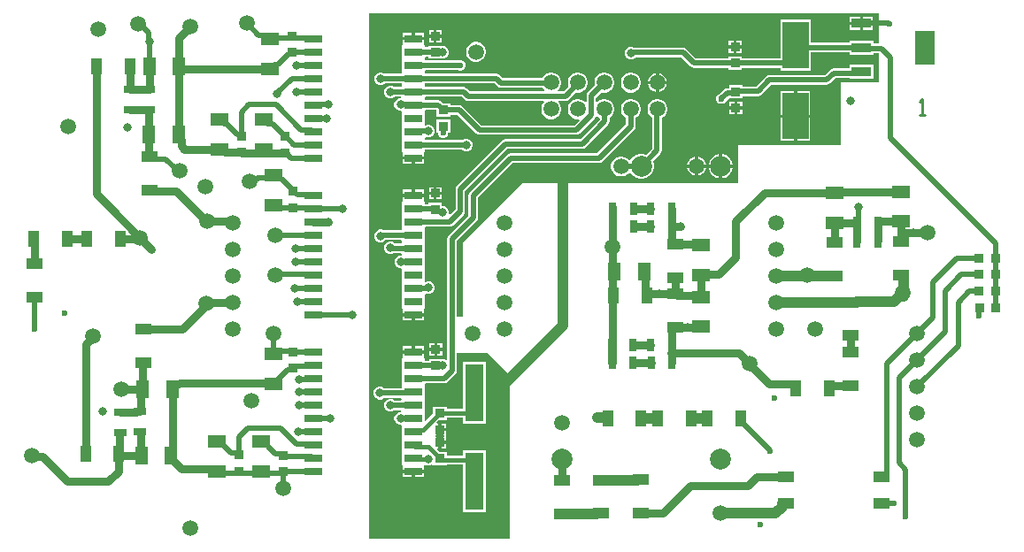
<source format=gbr>
%TF.GenerationSoftware,Altium Limited,Altium Designer,21.6.4 (81)*%
G04 Layer_Physical_Order=1*
G04 Layer_Color=255*
%FSLAX43Y43*%
%MOMM*%
%TF.SameCoordinates,F87848A5-9C76-4C60-8026-6C1C3CCCB256*%
%TF.FilePolarity,Positive*%
%TF.FileFunction,Copper,L1,Top,Signal*%
%TF.Part,Single*%
G01*
G75*
%TA.AperFunction,SMDPad,CuDef*%
%ADD10R,1.300X1.800*%
%ADD11R,1.000X1.600*%
%ADD12R,0.850X0.900*%
%ADD13R,1.600X1.000*%
%ADD14R,0.800X1.250*%
%ADD15R,2.500X4.450*%
%ADD16R,0.900X0.850*%
%ADD17R,1.900X0.950*%
%ADD18R,1.900X3.250*%
%ADD19R,1.800X1.300*%
%ADD20R,1.250X0.800*%
%ADD21R,1.800X0.800*%
%ADD22R,1.800X5.500*%
%TA.AperFunction,Conductor*%
%ADD23C,0.500*%
%ADD24C,0.800*%
%ADD25C,1.000*%
%ADD26C,0.400*%
%TA.AperFunction,NonConductor*%
%ADD27C,0.254*%
%TA.AperFunction,ComponentPad*%
%ADD28C,1.500*%
%ADD29C,2.000*%
%TA.AperFunction,ViaPad*%
%ADD30C,0.600*%
%ADD31C,0.800*%
G36*
X84353Y47748D02*
X83825D01*
Y48046D01*
X81525D01*
Y47830D01*
X77828D01*
Y50015D01*
X74928D01*
Y46318D01*
X71237D01*
Y46484D01*
X69937D01*
Y46318D01*
X66825D01*
X65916Y47227D01*
X65767Y47327D01*
X65591Y47362D01*
X60966D01*
X60960Y47368D01*
X60739Y47459D01*
X60501D01*
X60280Y47368D01*
X60111Y47199D01*
X60020Y46979D01*
Y46740D01*
X60111Y46520D01*
X60280Y46351D01*
X60501Y46259D01*
X60739D01*
X60960Y46351D01*
X61053Y46444D01*
X65401D01*
X66310Y45535D01*
X66459Y45436D01*
X66635Y45401D01*
X69937D01*
Y45234D01*
X71237D01*
Y45401D01*
X74928D01*
Y45165D01*
X77828D01*
Y46912D01*
X81525D01*
Y46696D01*
X83825D01*
Y46831D01*
X84353D01*
Y44071D01*
X80721D01*
Y37998D01*
X70866D01*
Y34392D01*
X50267D01*
X44577Y28702D01*
Y21590D01*
X43957Y21590D01*
X43956Y21717D01*
Y28838D01*
X45867Y30749D01*
X45966Y30898D01*
X46001Y31073D01*
Y33033D01*
X49294Y36326D01*
X57578D01*
X57754Y36361D01*
X57903Y36461D01*
X60944Y39502D01*
X61044Y39651D01*
X61079Y39827D01*
Y40628D01*
X61203Y40700D01*
X61380Y40877D01*
X61505Y41093D01*
X61570Y41335D01*
Y41585D01*
X61505Y41827D01*
X61380Y42043D01*
X61203Y42220D01*
X60987Y42345D01*
X60745Y42410D01*
X60495D01*
X60253Y42345D01*
X60037Y42220D01*
X59860Y42043D01*
X59735Y41827D01*
X59670Y41585D01*
Y41335D01*
X59735Y41093D01*
X59860Y40877D01*
X60037Y40700D01*
X60161Y40628D01*
Y40017D01*
X57388Y37244D01*
X49104D01*
X48928Y37209D01*
X48780Y37109D01*
X45218Y33548D01*
X45118Y33399D01*
X45083Y33223D01*
Y31263D01*
X43173Y29353D01*
X43073Y29204D01*
X43038Y29028D01*
Y17557D01*
X42911Y17481D01*
X42755Y17545D01*
X42611D01*
Y17554D01*
X41311D01*
Y17404D01*
X40900D01*
Y17545D01*
X40867D01*
X40850Y17665D01*
X40850Y17672D01*
Y18065D01*
X39800D01*
X38750D01*
Y17672D01*
X38750Y17665D01*
X38733Y17545D01*
X38700D01*
Y16345D01*
X38700D01*
Y16275D01*
X38700D01*
Y15132D01*
X38700Y15040D01*
X38700Y14948D01*
Y14753D01*
X36997D01*
X36967Y14783D01*
X36746Y14875D01*
X36507D01*
X36287Y14783D01*
X36118Y14615D01*
X36027Y14394D01*
Y14155D01*
X36118Y13935D01*
X36287Y13766D01*
X36507Y13675D01*
X36746D01*
X36967Y13766D01*
X37036Y13835D01*
X38634D01*
X38700Y13735D01*
X38700Y13707D01*
X38632Y13580D01*
X37995D01*
X37960Y13615D01*
X37739Y13706D01*
X37501D01*
X37280Y13615D01*
X37111Y13446D01*
X37020Y13226D01*
Y12987D01*
X37111Y12767D01*
X37280Y12598D01*
X37501Y12506D01*
X37739D01*
X37960Y12598D01*
X38024Y12662D01*
X38610D01*
X38629Y12643D01*
X38602Y12491D01*
X38593Y12487D01*
X38463D01*
X38243Y12396D01*
X38074Y12227D01*
X37983Y12007D01*
Y11768D01*
X38074Y11547D01*
X38243Y11379D01*
X38463Y11287D01*
X38615D01*
X38700Y11195D01*
Y10052D01*
X38700Y9960D01*
X38700Y9868D01*
Y8782D01*
X38700Y8725D01*
X38700D01*
Y8655D01*
X38700D01*
Y7455D01*
X38733D01*
X38750Y7335D01*
X38750Y7328D01*
Y6935D01*
X39800D01*
X40850D01*
Y7328D01*
X40850Y7335D01*
X40989Y7409D01*
X41118Y7355D01*
X41357D01*
X41577Y7446D01*
X41593Y7462D01*
X41710Y7413D01*
Y7401D01*
X43010D01*
Y7466D01*
X44544D01*
Y2871D01*
X46744D01*
Y8771D01*
X44544D01*
Y8282D01*
X43010D01*
Y8651D01*
X42287D01*
X42054Y8883D01*
X42103Y9001D01*
X42210D01*
Y9576D01*
X42360D01*
Y9726D01*
X42960D01*
Y10094D01*
X42960Y10221D01*
X42960Y10278D01*
Y10646D01*
X42360D01*
Y10796D01*
X42210D01*
Y11371D01*
X42066D01*
X42018Y11488D01*
X42250Y11721D01*
X43010D01*
Y11938D01*
X44544D01*
Y11371D01*
X46744D01*
Y17271D01*
X44544D01*
Y12754D01*
X43010D01*
Y12971D01*
X41710D01*
Y12335D01*
X41017Y11641D01*
X40900Y11690D01*
X40900Y12500D01*
X40900Y12592D01*
Y13678D01*
X40900Y13770D01*
X40900Y13862D01*
Y15127D01*
X40990Y15217D01*
X42752D01*
X42927Y15251D01*
X43076Y15351D01*
X43821Y16096D01*
X43921Y16245D01*
X43956Y16421D01*
Y18009D01*
X43957Y18136D01*
X44083Y18136D01*
X46860D01*
X49003Y15993D01*
Y333D01*
X35695D01*
X35605Y423D01*
X35610Y6145D01*
Y50667D01*
X84353D01*
Y47748D01*
D02*
G37*
%LPC*%
G36*
X83775Y50296D02*
X82825D01*
Y49821D01*
X83775D01*
Y50296D01*
D02*
G37*
G36*
X82525D02*
X81575D01*
Y49821D01*
X82525D01*
Y50296D01*
D02*
G37*
G36*
X83775Y49521D02*
X82825D01*
Y49046D01*
X83775D01*
Y49521D01*
D02*
G37*
G36*
X82525D02*
X81575D01*
Y49046D01*
X82525D01*
Y49521D01*
D02*
G37*
G36*
X42491Y49028D02*
X42041D01*
Y48603D01*
X42491D01*
Y49028D01*
D02*
G37*
G36*
X41741D02*
X41291D01*
Y48603D01*
X41741D01*
Y49028D01*
D02*
G37*
G36*
X40850Y48765D02*
X39950D01*
Y48365D01*
X40850D01*
Y48765D01*
D02*
G37*
G36*
X39650D02*
X38750D01*
Y48365D01*
X39650D01*
Y48765D01*
D02*
G37*
G36*
X42491Y48303D02*
X42041D01*
Y47878D01*
X42491D01*
Y48303D01*
D02*
G37*
G36*
X41741D02*
X41291D01*
Y47878D01*
X41741D01*
Y48303D01*
D02*
G37*
G36*
X71187Y47984D02*
X70737D01*
Y47559D01*
X71187D01*
Y47984D01*
D02*
G37*
G36*
X70437D02*
X69987D01*
Y47559D01*
X70437D01*
Y47984D01*
D02*
G37*
G36*
X71187Y47259D02*
X70737D01*
Y46834D01*
X71187D01*
Y47259D01*
D02*
G37*
G36*
X70437D02*
X69987D01*
Y46834D01*
X70437D01*
Y47259D01*
D02*
G37*
G36*
X40850Y48065D02*
X39800D01*
X38750D01*
Y47672D01*
X38750Y47665D01*
X38733Y47545D01*
X38700D01*
Y46402D01*
X38700Y46310D01*
X38700Y46218D01*
Y44940D01*
X38610Y44850D01*
X37049D01*
X37013Y44886D01*
X36792Y44978D01*
X36554D01*
X36333Y44886D01*
X36164Y44718D01*
X36073Y44497D01*
Y44258D01*
X36164Y44038D01*
X36333Y43869D01*
X36554Y43778D01*
X36792D01*
X37013Y43869D01*
X37076Y43933D01*
X38700D01*
Y43805D01*
X38700D01*
Y43735D01*
X38700D01*
Y43594D01*
X38010D01*
X37960Y43644D01*
X37739Y43735D01*
X37501D01*
X37280Y43644D01*
X37111Y43475D01*
X37020Y43254D01*
Y43016D01*
X37111Y42795D01*
X37280Y42626D01*
X37501Y42535D01*
X37739D01*
X37960Y42626D01*
X38010Y42676D01*
X38610D01*
X38640Y42647D01*
X38615Y42495D01*
X38594Y42485D01*
X38463D01*
X38243Y42393D01*
X38074Y42224D01*
X37983Y42004D01*
Y41765D01*
X38074Y41545D01*
X38243Y41376D01*
X38463Y41285D01*
X38610D01*
X38700Y41195D01*
X38700Y41138D01*
Y40052D01*
X38700Y39960D01*
X38700Y39868D01*
Y38782D01*
X38700Y38690D01*
X38700Y38598D01*
Y37455D01*
X38733D01*
X38750Y37335D01*
X38750Y37328D01*
Y36935D01*
X39800D01*
X40850D01*
Y37328D01*
X40850Y37335D01*
X40867Y37455D01*
X40900D01*
Y37593D01*
X44464D01*
X44517Y37541D01*
X44737Y37449D01*
X44976D01*
X45196Y37541D01*
X45365Y37709D01*
X45456Y37930D01*
Y38169D01*
X45365Y38389D01*
X45196Y38558D01*
X44976Y38649D01*
X44737D01*
X44517Y38558D01*
X44470Y38511D01*
X40990D01*
X40900Y38601D01*
X40900Y38725D01*
X41027Y38787D01*
X41130Y38745D01*
X41369D01*
X41589Y38836D01*
X41758Y39005D01*
X41850Y39225D01*
Y39464D01*
X41758Y39684D01*
X41589Y39853D01*
X41369Y39945D01*
X41130D01*
X41027Y39902D01*
X40900Y39925D01*
X40900Y40052D01*
Y41316D01*
X40990Y41406D01*
X41987D01*
X42047Y41346D01*
Y40745D01*
X43347D01*
Y40911D01*
X44030D01*
X45801Y39140D01*
X45950Y39040D01*
X46126Y39005D01*
X55407D01*
X55582Y39040D01*
X55731Y39140D01*
X57144Y40553D01*
X57244Y40702D01*
X57256Y40761D01*
X57393Y40803D01*
X57497Y40700D01*
X57679Y40595D01*
Y40471D01*
X55792Y38584D01*
X48633D01*
X48457Y38549D01*
X48309Y38450D01*
X43973Y34114D01*
X43874Y33966D01*
X43839Y33790D01*
Y31887D01*
X43335Y31383D01*
X43243Y31430D01*
X43221Y31449D01*
Y31680D01*
X43130Y31900D01*
X42961Y32069D01*
X42741Y32160D01*
X42541D01*
Y32489D01*
X41241D01*
Y32363D01*
X40900D01*
Y32545D01*
X40867D01*
X40850Y32665D01*
X40850Y32672D01*
Y33065D01*
X39800D01*
X38750D01*
Y32672D01*
X38750Y32665D01*
X38733Y32545D01*
X38700D01*
Y31345D01*
X38700D01*
Y31275D01*
X38700D01*
Y29948D01*
X38610Y29858D01*
X36956D01*
X36765Y29937D01*
X36527D01*
X36306Y29846D01*
X36137Y29677D01*
X36046Y29456D01*
Y29218D01*
X36137Y28997D01*
X36306Y28828D01*
X36527Y28737D01*
X36765D01*
X36986Y28828D01*
X37098Y28940D01*
X38610D01*
X38700Y28851D01*
Y28684D01*
X38610Y28594D01*
X38043D01*
X37960Y28677D01*
X37739Y28769D01*
X37501D01*
X37280Y28677D01*
X37111Y28508D01*
X37020Y28288D01*
Y28049D01*
X37111Y27829D01*
X37280Y27660D01*
X37501Y27569D01*
X37739D01*
X37960Y27660D01*
X37976Y27676D01*
X38610D01*
X38700Y27586D01*
Y27535D01*
X38665Y27422D01*
X38474D01*
X38254Y27331D01*
X38085Y27162D01*
X37994Y26942D01*
Y26703D01*
X38085Y26483D01*
X38254Y26314D01*
X38474Y26222D01*
X38584D01*
X38700Y26195D01*
X38700Y26095D01*
Y25052D01*
X38700Y24960D01*
X38700Y24868D01*
Y23782D01*
X38700Y23690D01*
X38700Y23598D01*
Y22455D01*
X38733D01*
X38750Y22335D01*
X38750Y22328D01*
Y21935D01*
X39800D01*
X40850D01*
Y22328D01*
X40850Y22335D01*
X40867Y22455D01*
X40900D01*
Y23598D01*
X40900Y23725D01*
X41027Y23804D01*
X41137Y23759D01*
X41376D01*
X41596Y23850D01*
X41765Y24019D01*
X41857Y24239D01*
Y24478D01*
X41765Y24698D01*
X41596Y24867D01*
X41376Y24959D01*
X41137D01*
X41027Y24913D01*
X40900Y24925D01*
X40900Y25052D01*
Y26138D01*
X40900Y26230D01*
X40900Y26322D01*
Y27408D01*
X40900Y27500D01*
X40900Y27592D01*
Y28678D01*
X40900Y28770D01*
X40900Y28862D01*
Y30126D01*
X40990Y30216D01*
X43276D01*
X43451Y30251D01*
X43600Y30351D01*
X44622Y31373D01*
X44721Y31521D01*
X44756Y31697D01*
Y33600D01*
X48823Y37667D01*
X55982D01*
X56157Y37702D01*
X56306Y37801D01*
X58462Y39957D01*
X58561Y40106D01*
X58596Y40281D01*
Y40661D01*
X58663Y40700D01*
X58840Y40877D01*
X58965Y41093D01*
X59030Y41335D01*
Y41585D01*
X58965Y41827D01*
X58840Y42043D01*
X58663Y42220D01*
X58447Y42345D01*
X58205Y42410D01*
X57955D01*
X57713Y42345D01*
X57497Y42220D01*
X57406Y42129D01*
X57279Y42182D01*
Y42549D01*
X57817Y43087D01*
X57955Y43050D01*
X58205D01*
X58447Y43115D01*
X58663Y43240D01*
X58840Y43417D01*
X58965Y43633D01*
X59030Y43875D01*
Y44125D01*
X58965Y44367D01*
X58840Y44583D01*
X58663Y44760D01*
X58447Y44885D01*
X58205Y44950D01*
X57955D01*
X57713Y44885D01*
X57497Y44760D01*
X57320Y44583D01*
X57195Y44367D01*
X57130Y44125D01*
Y43875D01*
X57167Y43735D01*
X56495Y43063D01*
X56396Y42914D01*
X56361Y42739D01*
Y42162D01*
X56234Y42110D01*
X56123Y42220D01*
X55907Y42345D01*
X55665Y42410D01*
X55415D01*
X55173Y42345D01*
X54957Y42220D01*
X54780Y42043D01*
X54655Y41827D01*
X54590Y41585D01*
Y41335D01*
X54655Y41093D01*
X54780Y40877D01*
X54957Y40700D01*
X55173Y40575D01*
X55415Y40510D01*
X55624D01*
X55685Y40391D01*
X55217Y39923D01*
X46316D01*
X44544Y41694D01*
X44395Y41794D01*
X44220Y41829D01*
X43347D01*
Y41995D01*
X42696D01*
X42502Y42189D01*
X42353Y42289D01*
X42177Y42324D01*
X40990D01*
X40900Y42414D01*
Y42586D01*
X40990Y42676D01*
X44407D01*
X44692Y42391D01*
X44841Y42291D01*
X45017Y42256D01*
X52273D01*
X52326Y42129D01*
X52240Y42043D01*
X52115Y41827D01*
X52050Y41585D01*
Y41335D01*
X52115Y41093D01*
X52240Y40877D01*
X52417Y40700D01*
X52633Y40575D01*
X52875Y40510D01*
X53125D01*
X53367Y40575D01*
X53583Y40700D01*
X53760Y40877D01*
X53885Y41093D01*
X53950Y41335D01*
Y41585D01*
X53885Y41827D01*
X53760Y42043D01*
X53674Y42129D01*
X53727Y42256D01*
X54374D01*
X54549Y42291D01*
X54698Y42391D01*
X55370Y43062D01*
X55415Y43050D01*
X55665D01*
X55907Y43115D01*
X56123Y43240D01*
X56300Y43417D01*
X56425Y43633D01*
X56490Y43875D01*
Y44125D01*
X56425Y44367D01*
X56300Y44583D01*
X56123Y44760D01*
X55907Y44885D01*
X55665Y44950D01*
X55415D01*
X55173Y44885D01*
X54957Y44760D01*
X54780Y44583D01*
X54655Y44367D01*
X54590Y44125D01*
Y43875D01*
X54652Y43643D01*
X54184Y43174D01*
X53697D01*
X53644Y43301D01*
X53760Y43417D01*
X53885Y43633D01*
X53950Y43875D01*
Y44125D01*
X53885Y44367D01*
X53760Y44583D01*
X53583Y44760D01*
X53367Y44885D01*
X53125Y44950D01*
X52875D01*
X52633Y44885D01*
X52417Y44760D01*
X52240Y44583D01*
X52149Y44426D01*
X48383D01*
X48093Y44716D01*
X47944Y44815D01*
X47769Y44850D01*
X40990D01*
X40900Y44940D01*
Y45126D01*
X40990Y45216D01*
X44099D01*
X44198Y45175D01*
X44397D01*
X44581Y45251D01*
X44721Y45392D01*
X44798Y45576D01*
Y45774D01*
X44721Y45958D01*
X44581Y46099D01*
X44397Y46175D01*
X44198D01*
X44099Y46134D01*
X40990D01*
X40900Y46224D01*
Y46375D01*
X40990Y46465D01*
X41241D01*
Y46278D01*
X42541D01*
Y46303D01*
X42741D01*
X42961Y46394D01*
X43130Y46563D01*
X43221Y46783D01*
Y47022D01*
X43130Y47243D01*
X42961Y47411D01*
X42741Y47503D01*
X42541D01*
Y47528D01*
X41241D01*
Y47383D01*
X40900D01*
Y47545D01*
X40867D01*
X40850Y47665D01*
X40850Y47672D01*
Y48065D01*
D02*
G37*
G36*
X45921Y47902D02*
X45671D01*
X45430Y47838D01*
X45213Y47713D01*
X45036Y47536D01*
X44911Y47319D01*
X44846Y47077D01*
Y46827D01*
X44911Y46586D01*
X45036Y46369D01*
X45213Y46192D01*
X45430Y46067D01*
X45671Y46002D01*
X45921D01*
X46163Y46067D01*
X46380Y46192D01*
X46556Y46369D01*
X46681Y46586D01*
X46746Y46827D01*
Y47077D01*
X46681Y47319D01*
X46556Y47536D01*
X46380Y47713D01*
X46163Y47838D01*
X45921Y47902D01*
D02*
G37*
G36*
X83825Y45746D02*
X81525D01*
Y45374D01*
X80007D01*
X79832Y45339D01*
X79683Y45240D01*
X79149Y44706D01*
X73875D01*
X73700Y44671D01*
X73551Y44571D01*
X72604Y43625D01*
X71313D01*
Y43767D01*
X70013D01*
Y43478D01*
X69850D01*
X69675Y43443D01*
X69526Y43343D01*
X69107Y42925D01*
X69008Y42884D01*
X68867Y42743D01*
X68791Y42559D01*
Y42361D01*
X68867Y42177D01*
X69008Y42036D01*
X69192Y41960D01*
X69391D01*
X69574Y42036D01*
X69715Y42177D01*
X69756Y42276D01*
X69922Y42442D01*
X70013Y42517D01*
Y42517D01*
X70013Y42517D01*
X71313D01*
Y42707D01*
X72794D01*
X72970Y42742D01*
X73119Y42842D01*
X74065Y43788D01*
X79339D01*
X79514Y43823D01*
X79663Y43922D01*
X80197Y44457D01*
X81525D01*
Y44396D01*
X83825D01*
Y45746D01*
D02*
G37*
G36*
X63310Y44892D02*
Y44150D01*
X64052D01*
X63999Y44347D01*
X63880Y44553D01*
X63713Y44720D01*
X63507Y44839D01*
X63310Y44892D01*
D02*
G37*
G36*
X63010D02*
X62813Y44839D01*
X62607Y44720D01*
X62440Y44553D01*
X62321Y44347D01*
X62268Y44150D01*
X63010D01*
Y44892D01*
D02*
G37*
G36*
X64052Y43850D02*
X63310D01*
Y43108D01*
X63507Y43161D01*
X63713Y43280D01*
X63880Y43447D01*
X63999Y43653D01*
X64052Y43850D01*
D02*
G37*
G36*
X63010D02*
X62268D01*
X62321Y43653D01*
X62440Y43447D01*
X62607Y43280D01*
X62813Y43161D01*
X63010Y43108D01*
Y43850D01*
D02*
G37*
G36*
X60745Y44950D02*
X60495D01*
X60253Y44885D01*
X60037Y44760D01*
X59860Y44583D01*
X59735Y44367D01*
X59670Y44125D01*
Y43875D01*
X59735Y43633D01*
X59860Y43417D01*
X60037Y43240D01*
X60253Y43115D01*
X60495Y43050D01*
X60745D01*
X60987Y43115D01*
X61203Y43240D01*
X61380Y43417D01*
X61505Y43633D01*
X61570Y43875D01*
Y44125D01*
X61505Y44367D01*
X61380Y44583D01*
X61203Y44760D01*
X60987Y44885D01*
X60745Y44950D01*
D02*
G37*
G36*
X71263Y42167D02*
X70813D01*
Y41742D01*
X71263D01*
Y42167D01*
D02*
G37*
G36*
X70513D02*
X70063D01*
Y41742D01*
X70513D01*
Y42167D01*
D02*
G37*
G36*
X71263Y41442D02*
X70813D01*
Y41017D01*
X71263D01*
Y41442D01*
D02*
G37*
G36*
X70513D02*
X70063D01*
Y41017D01*
X70513D01*
Y41442D01*
D02*
G37*
G36*
X77778Y43165D02*
X76528D01*
Y40940D01*
X77778D01*
Y43165D01*
D02*
G37*
G36*
X76228D02*
X74978D01*
Y40940D01*
X76228D01*
Y43165D01*
D02*
G37*
G36*
X43347Y40445D02*
X42047D01*
Y39195D01*
X42146D01*
Y39071D01*
X42222Y38887D01*
X42363Y38746D01*
X42547Y38670D01*
X42745D01*
X42929Y38746D01*
X43070Y38887D01*
X43146Y39071D01*
Y39195D01*
X43347D01*
Y40445D01*
D02*
G37*
G36*
X77778Y40640D02*
X76528D01*
Y38415D01*
X77778D01*
Y40640D01*
D02*
G37*
G36*
X76228D02*
X74978D01*
Y38415D01*
X76228D01*
Y40640D01*
D02*
G37*
G36*
X63285Y42410D02*
X63035D01*
X62793Y42345D01*
X62577Y42220D01*
X62400Y42043D01*
X62275Y41827D01*
X62210Y41585D01*
Y41335D01*
X62275Y41093D01*
X62400Y40877D01*
X62577Y40700D01*
X62660Y40652D01*
Y37699D01*
X62077Y37116D01*
X62073Y37118D01*
X61768Y37200D01*
X61452D01*
X61147Y37118D01*
X60873Y36960D01*
X60650Y36737D01*
X60556Y36575D01*
X60415Y36584D01*
X60256Y36743D01*
X60039Y36868D01*
X59798Y36933D01*
X59548D01*
X59306Y36868D01*
X59089Y36743D01*
X58912Y36566D01*
X58787Y36349D01*
X58723Y36108D01*
Y35858D01*
X58787Y35616D01*
X58912Y35399D01*
X59089Y35223D01*
X59306Y35097D01*
X59548Y35033D01*
X59798D01*
X60039Y35097D01*
X60256Y35223D01*
X60428Y35394D01*
X60447Y35409D01*
X60572Y35399D01*
X60650Y35263D01*
X60873Y35040D01*
X61147Y34882D01*
X61452Y34800D01*
X61768D01*
X62073Y34882D01*
X62347Y35040D01*
X62570Y35263D01*
X62728Y35537D01*
X62810Y35842D01*
Y36158D01*
X62728Y36463D01*
X62726Y36467D01*
X63443Y37184D01*
X63543Y37333D01*
X63578Y37509D01*
Y40604D01*
X63743Y40700D01*
X63920Y40877D01*
X64045Y41093D01*
X64110Y41335D01*
Y41585D01*
X64045Y41827D01*
X63920Y42043D01*
X63743Y42220D01*
X63527Y42345D01*
X63285Y42410D01*
D02*
G37*
G36*
X40850Y36635D02*
X39950D01*
Y36235D01*
X40850D01*
Y36635D01*
D02*
G37*
G36*
X39650D02*
X38750D01*
Y36235D01*
X39650D01*
Y36635D01*
D02*
G37*
G36*
X67053Y36892D02*
Y36150D01*
X67795D01*
X67742Y36347D01*
X67624Y36553D01*
X67456Y36720D01*
X67251Y36839D01*
X67053Y36892D01*
D02*
G37*
G36*
X66753Y36892D02*
X66556Y36839D01*
X66351Y36720D01*
X66183Y36553D01*
X66065Y36347D01*
X66012Y36150D01*
X66753D01*
Y36892D01*
D02*
G37*
G36*
X69362Y37150D02*
X69360D01*
Y36150D01*
X70360D01*
Y36151D01*
X70282Y36444D01*
X70130Y36706D01*
X69916Y36920D01*
X69654Y37072D01*
X69362Y37150D01*
D02*
G37*
G36*
X69060D02*
X69059D01*
X68766Y37072D01*
X68504Y36920D01*
X68290Y36706D01*
X68139Y36444D01*
X68060Y36151D01*
Y36150D01*
X69060D01*
Y37150D01*
D02*
G37*
G36*
X66753Y35850D02*
X66012D01*
X66065Y35653D01*
X66183Y35447D01*
X66351Y35280D01*
X66556Y35161D01*
X66753Y35108D01*
Y35850D01*
D02*
G37*
G36*
X67795D02*
X67053D01*
Y35108D01*
X67251Y35161D01*
X67456Y35280D01*
X67624Y35447D01*
X67742Y35653D01*
X67795Y35850D01*
D02*
G37*
G36*
X70360Y35850D02*
X69360D01*
Y34850D01*
X69362D01*
X69654Y34928D01*
X69916Y35080D01*
X70130Y35294D01*
X70282Y35556D01*
X70360Y35849D01*
Y35850D01*
D02*
G37*
G36*
X69060D02*
X68060D01*
Y35849D01*
X68139Y35556D01*
X68290Y35294D01*
X68504Y35080D01*
X68766Y34928D01*
X69059Y34850D01*
X69060D01*
Y35850D01*
D02*
G37*
G36*
X42491Y33989D02*
X42041D01*
Y33564D01*
X42491D01*
Y33989D01*
D02*
G37*
G36*
X41741D02*
X41291D01*
Y33564D01*
X41741D01*
Y33989D01*
D02*
G37*
G36*
X40850Y33765D02*
X39950D01*
Y33365D01*
X40850D01*
Y33765D01*
D02*
G37*
G36*
X39650D02*
X38750D01*
Y33365D01*
X39650D01*
Y33765D01*
D02*
G37*
G36*
X42491Y33264D02*
X42041D01*
Y32839D01*
X42491D01*
Y33264D01*
D02*
G37*
G36*
X41741D02*
X41291D01*
Y32839D01*
X41741D01*
Y33264D01*
D02*
G37*
G36*
X40850Y21635D02*
X39950D01*
Y21235D01*
X40850D01*
Y21635D01*
D02*
G37*
G36*
X39650D02*
X38750D01*
Y21235D01*
X39650D01*
Y21635D01*
D02*
G37*
G36*
X42561Y19054D02*
X42111D01*
Y18629D01*
X42561D01*
Y19054D01*
D02*
G37*
G36*
X41811D02*
X41361D01*
Y18629D01*
X41811D01*
Y19054D01*
D02*
G37*
G36*
X40850Y18765D02*
X39950D01*
Y18365D01*
X40850D01*
Y18765D01*
D02*
G37*
G36*
X39650D02*
X38750D01*
Y18365D01*
X39650D01*
Y18765D01*
D02*
G37*
G36*
X42561Y18329D02*
X42111D01*
Y17904D01*
X42561D01*
Y18329D01*
D02*
G37*
G36*
X41811D02*
X41361D01*
Y17904D01*
X41811D01*
Y18329D01*
D02*
G37*
G36*
X42960Y11371D02*
X42510D01*
Y10946D01*
X42960D01*
Y11371D01*
D02*
G37*
G36*
X42960Y9426D02*
X42510D01*
Y9001D01*
X42960D01*
Y9426D01*
D02*
G37*
G36*
X40850Y6635D02*
X39950D01*
Y6235D01*
X40850D01*
Y6635D01*
D02*
G37*
G36*
X39650D02*
X38750D01*
Y6235D01*
X39650D01*
Y6635D01*
D02*
G37*
%LPD*%
G36*
X47868Y43643D02*
X48017Y43544D01*
X48193Y43509D01*
X52187D01*
X52240Y43417D01*
X52356Y43301D01*
X52303Y43174D01*
X45207D01*
X44921Y43459D01*
X44772Y43559D01*
X44597Y43594D01*
X40900D01*
Y43735D01*
X40900D01*
Y43805D01*
X40900D01*
Y43933D01*
X47579D01*
X47868Y43643D01*
D02*
G37*
D10*
X16738Y14663D02*
D03*
X13888D02*
D03*
X17413Y45534D02*
D03*
X14563D02*
D03*
X17341Y39021D02*
D03*
X14491D02*
D03*
X59068Y25944D02*
D03*
X61918D02*
D03*
X13786Y8287D02*
D03*
X16636D02*
D03*
D11*
X71145Y11860D02*
D03*
X67945D02*
D03*
X79603Y14732D02*
D03*
X76403D02*
D03*
X8597Y29005D02*
D03*
X11797D02*
D03*
X66406Y11860D02*
D03*
X63206D02*
D03*
X61603Y11871D02*
D03*
X58403D02*
D03*
X3519Y29005D02*
D03*
X6719D02*
D03*
X58938Y23658D02*
D03*
X62138D02*
D03*
X11648Y8433D02*
D03*
X8448D02*
D03*
X9490Y45575D02*
D03*
X12690D02*
D03*
D12*
X93951Y25625D02*
D03*
X95501D02*
D03*
X93944Y24036D02*
D03*
X95494D02*
D03*
X93967Y22454D02*
D03*
X95517D02*
D03*
X93951Y27203D02*
D03*
X95501D02*
D03*
D13*
X3574Y23465D02*
D03*
Y26665D02*
D03*
X84575Y6270D02*
D03*
X75425Y3730D02*
D03*
X84575D02*
D03*
X75425Y6270D02*
D03*
X61603Y2800D02*
D03*
Y6000D02*
D03*
X54045Y5918D02*
D03*
Y2718D02*
D03*
X57717Y5971D02*
D03*
Y2771D02*
D03*
X86470Y28811D02*
D03*
Y25611D02*
D03*
X13958Y20419D02*
D03*
Y17219D02*
D03*
X80095Y28702D02*
D03*
Y25502D02*
D03*
X14563Y36888D02*
D03*
Y33688D02*
D03*
X64902Y28559D02*
D03*
Y25359D02*
D03*
X64871Y20575D02*
D03*
Y23775D02*
D03*
X81596Y15021D02*
D03*
Y18221D02*
D03*
X81621Y19789D02*
D03*
Y22989D02*
D03*
D14*
X64507Y30259D02*
D03*
X62507D02*
D03*
X64549Y17181D02*
D03*
X62549D02*
D03*
X60826D02*
D03*
X58826D02*
D03*
X62498Y18908D02*
D03*
X64498D02*
D03*
X58790D02*
D03*
X60790D02*
D03*
X58884Y31954D02*
D03*
X60884D02*
D03*
X84223Y30581D02*
D03*
X82223D02*
D03*
X82261Y28812D02*
D03*
X84261D02*
D03*
X58884Y30216D02*
D03*
X60884D02*
D03*
X64498Y31954D02*
D03*
X62498D02*
D03*
D15*
X76378Y40790D02*
D03*
Y47590D02*
D03*
D16*
X70587Y47409D02*
D03*
Y45859D02*
D03*
X70663Y41592D02*
D03*
Y43142D02*
D03*
X42360Y10796D02*
D03*
Y12346D02*
D03*
X42697Y41370D02*
D03*
Y39820D02*
D03*
X27349Y6791D02*
D03*
Y8341D02*
D03*
X23133Y6801D02*
D03*
Y8351D02*
D03*
X41961Y16929D02*
D03*
Y18479D02*
D03*
X41891Y31864D02*
D03*
Y33414D02*
D03*
Y46903D02*
D03*
Y48453D02*
D03*
X27568Y38844D02*
D03*
Y37294D02*
D03*
X23377Y38869D02*
D03*
Y37319D02*
D03*
X28309Y33590D02*
D03*
Y32040D02*
D03*
X28194Y48453D02*
D03*
Y46903D02*
D03*
X28267Y18225D02*
D03*
Y16675D02*
D03*
X42360Y8026D02*
D03*
Y9576D02*
D03*
D17*
X82675Y49671D02*
D03*
Y47371D02*
D03*
Y45071D02*
D03*
D18*
X88775Y47371D02*
D03*
D19*
X25241Y9620D02*
D03*
Y6770D02*
D03*
X86470Y30709D02*
D03*
Y33559D02*
D03*
X25477Y40449D02*
D03*
Y37599D02*
D03*
X20999Y6796D02*
D03*
Y9646D02*
D03*
X21269Y40472D02*
D03*
Y37622D02*
D03*
X26416Y35113D02*
D03*
Y32263D02*
D03*
X26122Y48153D02*
D03*
Y45303D02*
D03*
X26399Y18011D02*
D03*
Y15161D02*
D03*
X80095Y30582D02*
D03*
Y33432D02*
D03*
X67341Y28462D02*
D03*
Y25612D02*
D03*
X67309Y20649D02*
D03*
Y23499D02*
D03*
D20*
X13646Y12574D02*
D03*
Y10574D02*
D03*
X11791Y10488D02*
D03*
Y12488D02*
D03*
X12741Y41374D02*
D03*
Y43374D02*
D03*
X14493D02*
D03*
Y41374D02*
D03*
D21*
X39800Y18215D02*
D03*
Y16945D02*
D03*
Y15675D02*
D03*
Y14405D02*
D03*
Y11865D02*
D03*
Y13135D02*
D03*
Y8055D02*
D03*
Y6785D02*
D03*
Y9325D02*
D03*
Y10595D02*
D03*
X30200Y18215D02*
D03*
Y16945D02*
D03*
Y15675D02*
D03*
Y14405D02*
D03*
Y11865D02*
D03*
Y13135D02*
D03*
Y8055D02*
D03*
Y6785D02*
D03*
Y9325D02*
D03*
Y10595D02*
D03*
X39800Y48215D02*
D03*
Y46945D02*
D03*
Y45675D02*
D03*
Y44405D02*
D03*
Y41865D02*
D03*
Y43135D02*
D03*
Y38055D02*
D03*
Y36785D02*
D03*
Y39325D02*
D03*
Y40595D02*
D03*
X30200Y48215D02*
D03*
Y46945D02*
D03*
Y45675D02*
D03*
Y44405D02*
D03*
Y41865D02*
D03*
Y43135D02*
D03*
Y38055D02*
D03*
Y36785D02*
D03*
Y39325D02*
D03*
Y40595D02*
D03*
Y25595D02*
D03*
Y24325D02*
D03*
Y21785D02*
D03*
Y23055D02*
D03*
Y28135D02*
D03*
Y26865D02*
D03*
Y29405D02*
D03*
Y30675D02*
D03*
Y31945D02*
D03*
Y33215D02*
D03*
X39800Y25595D02*
D03*
Y24325D02*
D03*
Y21785D02*
D03*
Y23055D02*
D03*
Y28135D02*
D03*
Y26865D02*
D03*
Y29405D02*
D03*
Y30675D02*
D03*
Y31945D02*
D03*
Y33215D02*
D03*
D22*
X45644Y14321D02*
D03*
X45644Y5821D02*
D03*
D23*
X85303Y49671D02*
X85342Y49632D01*
X82675Y49671D02*
X85303D01*
X85342Y49632D02*
X85369D01*
X23133Y6629D02*
X25241D01*
X27349D01*
X84568Y47289D02*
X85454Y46404D01*
Y38691D02*
Y46404D01*
Y38691D02*
X95501Y28645D01*
X86258Y7584D02*
X86919Y6924D01*
X86258Y7584D02*
Y15718D01*
X88000Y17460D01*
X85125Y6520D02*
Y17125D01*
X88000Y20000D01*
X84875Y6270D02*
X85125Y6520D01*
X71145Y11560D02*
X71395Y11310D01*
X71145Y11560D02*
Y11860D01*
X71395Y11310D02*
X71395D01*
X73920Y8785D01*
Y8749D02*
Y8785D01*
Y8749D02*
X73939Y8730D01*
X82757Y47289D02*
X84568D01*
X95509Y25625D02*
Y27195D01*
Y22462D02*
Y24036D01*
X95501Y27203D02*
Y28645D01*
X76378Y46859D02*
Y47371D01*
Y47590D01*
X95509Y24036D02*
Y25625D01*
Y22462D02*
X95517Y22454D01*
X95501Y27203D02*
X95509Y27195D01*
X86919Y2480D02*
Y6924D01*
X84575Y3730D02*
X85750D01*
X88000Y20000D02*
X89484Y21484D01*
X93911Y21685D02*
Y22398D01*
X93892Y21666D02*
X93911Y21685D01*
Y22398D02*
X93967Y22454D01*
X89484Y21484D02*
Y24905D01*
X88000Y14920D02*
X91923Y18843D01*
Y22946D02*
X93012Y24036D01*
X91923Y18843D02*
Y22946D01*
X88000Y17460D02*
X90678Y20138D01*
Y24055D02*
X92248Y25625D01*
X90678Y20138D02*
Y24055D01*
X89484Y24905D02*
X91783Y27203D01*
X93012Y24036D02*
X93944D01*
X92248Y25625D02*
X93951D01*
X91783Y27203D02*
X93951D01*
X63195Y11871D02*
X63206Y11860D01*
X3574Y23465D02*
X3574Y23465D01*
Y20396D02*
Y23465D01*
X79603Y14732D02*
Y14771D01*
X79853Y15021D01*
X37620Y43135D02*
X44597D01*
X45017Y42715D02*
X54374D01*
X44597Y43135D02*
X45017Y42715D01*
X42547Y41545D02*
X42666Y41427D01*
X42497Y41545D02*
X42547D01*
X42177Y41865D02*
X42497Y41545D01*
X54374Y42715D02*
X55584Y43926D01*
X39800Y41875D02*
X39810Y41865D01*
X38592Y41875D02*
X39800D01*
X39810Y41865D02*
X42177D01*
X44220Y41370D02*
X46126Y39464D01*
X55407D02*
X56820Y40877D01*
X46126Y39464D02*
X55407D01*
X58137Y40281D02*
Y41403D01*
X58080Y41460D02*
X58137Y41403D01*
X55982Y38125D02*
X58137Y40281D01*
X48633Y38125D02*
X55982D01*
X56820Y40877D02*
Y42739D01*
X58081Y44000D01*
X36687Y44391D02*
X39800D01*
X47769D01*
X48193Y43967D01*
X52967D01*
X63119Y37509D02*
Y41460D01*
X70663Y43166D02*
X72794D01*
X60620Y39827D02*
Y41460D01*
X49104Y36785D02*
X57578D01*
X60620Y39827D01*
Y46903D02*
X65591D01*
X66635Y45859D01*
X82223Y30581D02*
X82372Y30730D01*
Y32110D01*
X45542Y33223D02*
X49104Y36785D01*
X43497Y29028D02*
X45542Y31073D01*
Y33223D01*
X26035Y32357D02*
X26399Y31993D01*
X30200Y31945D02*
X33020D01*
X42411Y31689D02*
X42540Y31560D01*
X42091Y31689D02*
X42411D01*
X42540Y31560D02*
X42621D01*
X66635Y45859D02*
X70587D01*
X59681Y35991D02*
X61602D01*
X61610Y36000D01*
X59673Y35983D02*
X59681Y35991D01*
X69850Y43019D02*
X70540D01*
X70663Y43142D01*
X69310Y42479D02*
X69850Y43019D01*
X61610Y36000D02*
X63119Y37509D01*
X82675Y47371D02*
X82757Y47289D01*
X72794Y43166D02*
X73875Y44247D01*
X79339D02*
X80007Y44915D01*
X73875Y44247D02*
X79339D01*
X42665Y39189D02*
Y39788D01*
X42697Y39820D01*
X42646Y39170D02*
X42665Y39189D01*
X41930Y31850D02*
Y31904D01*
Y31850D02*
X42091Y31689D01*
X80007Y44915D02*
X82519D01*
X82675Y45071D01*
X76378Y47590D02*
X76597Y47371D01*
X82675D01*
X70612Y45859D02*
X75378D01*
X76378Y46859D01*
X42697Y41370D02*
X44220D01*
X39800Y45675D02*
X44298D01*
X38583Y41885D02*
X38592Y41875D01*
X44298Y33790D02*
X48633Y38125D01*
X44298Y31697D02*
Y33790D01*
X13503Y49608D02*
X13665D01*
X14510Y48013D02*
Y48763D01*
X13665Y49608D02*
X14510Y48763D01*
Y48013D02*
X14567Y47955D01*
X14813Y36638D02*
X16143D01*
X16995Y35786D02*
X16995D01*
X16143Y36638D02*
X16995Y35786D01*
X16995D02*
X17127Y35654D01*
X17180Y35595D02*
X17457D01*
X17127Y35648D02*
X17180Y35595D01*
X17127Y35648D02*
Y35654D01*
X14563Y36888D02*
X14813Y36638D01*
X24486Y34735D02*
X24796D01*
X24923Y34863D02*
X26166D01*
X24796Y34735D02*
X24923Y34863D01*
X24277Y34527D02*
X24486Y34735D01*
X26166Y34863D02*
X26416Y35113D01*
X28139Y33444D02*
X28480D01*
X26273Y34969D02*
X26450Y34792D01*
X28309Y31993D02*
X30153D01*
X26518Y25629D02*
X30166D01*
X26441Y18253D02*
X28092D01*
X26441D02*
Y19990D01*
Y18052D02*
Y18253D01*
X26399Y18011D02*
X26441Y18052D01*
X26562Y29439D02*
X26604Y29396D01*
X26613Y29405D02*
X30200D01*
X26604Y29396D02*
X26613Y29405D01*
X25019Y48553D02*
X25722D01*
X23890Y49682D02*
X25019Y48553D01*
X25722D02*
X26122Y48153D01*
X11862Y14667D02*
X13642D01*
X13767Y14541D01*
X21165Y6629D02*
X23133D01*
X27349D02*
Y6791D01*
Y5162D02*
Y6629D01*
X43497Y16421D02*
Y29028D01*
X28871Y13134D02*
X30198D01*
X30200Y13135D01*
X28869Y13132D02*
X28871Y13134D01*
X30198Y14404D02*
X30200Y14405D01*
X28869Y14402D02*
X28871Y14404D01*
X30198D01*
X30200Y11865D02*
X30211Y11876D01*
X31841D02*
X31852Y11887D01*
X30211Y11876D02*
X31841D01*
X39810Y39335D02*
X41240D01*
X41250Y39345D01*
X39800Y39325D02*
X39810Y39335D01*
X41196Y24325D02*
X41229Y24359D01*
X39800Y24325D02*
X41196D01*
X41229Y24359D02*
X41257D01*
X28558Y26856D02*
X30191D01*
X30200Y26865D01*
X28550Y26848D02*
X28558Y26856D01*
X30198Y10594D02*
X30200Y10595D01*
X28778Y10592D02*
X28780Y10594D01*
X30198D01*
X11582Y8367D02*
X11648Y8433D01*
X28550Y28135D02*
X30200D01*
X26399Y31993D02*
X28309D01*
X30153D02*
X30200Y31945D01*
X26746Y42951D02*
Y42977D01*
X28174Y44405D01*
X30200D01*
X24079Y41885D02*
X26670D01*
X29080Y39475D01*
X23377Y41183D02*
X24079Y41885D01*
X14565Y45537D02*
Y47953D01*
X14563Y45534D02*
X14565Y45537D01*
Y47953D02*
X14567Y47955D01*
X30210Y41875D02*
X31639D01*
X30200Y41865D02*
X30210Y41875D01*
X31639D02*
X31648Y41885D01*
X30200Y40595D02*
X31547D01*
X39803Y38052D02*
X44854D01*
X39800Y38055D02*
X39803Y38052D01*
X44854D02*
X44856Y38049D01*
X86407Y33495D02*
X86470Y33559D01*
X80095Y33432D02*
X80158Y33495D01*
X39800Y30675D02*
X43276D01*
X44298Y31697D01*
X28480Y33444D02*
X28676Y33249D01*
X30166D01*
X27202Y34792D02*
X28109Y33884D01*
Y33765D02*
X28284Y33590D01*
X28109Y33765D02*
Y33884D01*
X26450Y34792D02*
X27202D01*
X28284Y33590D02*
X28309D01*
X30107Y15582D02*
X30200Y15675D01*
X28869Y15563D02*
X28888Y15582D01*
X30107D01*
X28653Y45640D02*
X28670Y45658D01*
X30183D02*
X30200Y45675D01*
X28670Y45658D02*
X30183D01*
X30200Y21785D02*
X33934D01*
X30050Y39475D02*
X30200Y39325D01*
X29080Y39475D02*
X30050D01*
X28442Y24325D02*
X30200D01*
X28697Y23012D02*
X28716Y23032D01*
X30177D02*
X30200Y23055D01*
X28716Y23032D02*
X30177D01*
X36673Y44378D02*
X36687Y44391D01*
X36646Y29337D02*
X36673D01*
X36735Y29399D02*
X39794D01*
X36673Y29337D02*
X36735Y29399D01*
X39794D02*
X39800Y29405D01*
X36627Y14275D02*
X36646Y14294D01*
X39689D02*
X39800Y14405D01*
X36646Y14294D02*
X39689D01*
X37681Y28135D02*
X39800D01*
X37620Y28169D02*
X37647D01*
X37681Y28135D01*
X39786Y13121D02*
X39800Y13135D01*
X37620Y13106D02*
X37634Y13121D01*
X39786D01*
X38594Y26822D02*
X38613Y26842D01*
X39777D02*
X39800Y26865D01*
X38613Y26842D02*
X39777D01*
X38594Y11876D02*
X39789D01*
X39800Y11865D01*
X38583Y11887D02*
X38594Y11876D01*
X28626Y43091D02*
X28653D01*
X28697Y43135D02*
X30200D01*
X28653Y43091D02*
X28697Y43135D01*
X27384Y6756D02*
X30171D01*
X27074Y10947D02*
X28618Y9403D01*
X24009Y10947D02*
X27074D01*
X28618Y9403D02*
X30122D01*
X23133Y10071D02*
X24009Y10947D01*
X23133Y8351D02*
Y10071D01*
X30122Y9403D02*
X30200Y9325D01*
X23377Y38869D02*
Y41183D01*
X25491Y9620D02*
X25891Y9220D01*
Y9161D02*
X26562Y8490D01*
X27200D01*
X25241Y9620D02*
X25491D01*
X25891Y9161D02*
Y9220D01*
X27200Y8490D02*
X27495Y8195D01*
X30060D02*
X30200Y8055D01*
X27495Y8195D02*
X30060D01*
X21669Y40072D02*
X21955D01*
X22982Y39044D02*
X23202D01*
X21269Y40472D02*
X21669Y40072D01*
X21955D02*
X22982Y39044D01*
X23202D02*
X23377Y38869D01*
X26338Y40049D02*
X27543Y38844D01*
X25477Y40449D02*
X25877Y40049D01*
X27543Y38844D02*
X27568D01*
X25877Y40049D02*
X26338D01*
X27593Y38844D02*
X28382Y38055D01*
X30200D01*
X27568Y38844D02*
X27593D01*
X27618Y37267D02*
X28100Y36785D01*
X30200D01*
X27917Y16528D02*
X28267Y16878D01*
X28194Y46903D02*
X28215Y46924D01*
X28019Y46728D02*
X28194Y46903D01*
X26781Y15503D02*
X27806Y16528D01*
X26384Y15503D02*
X26781D01*
X27806Y16528D02*
X27917D01*
X25984Y15103D02*
X26384Y15503D01*
X28267Y16878D02*
X28572D01*
X28585Y16891D02*
X30146D01*
X30200Y16945D01*
X28572Y16878D02*
X28585Y16891D01*
X22369Y8526D02*
X22958D01*
X20999Y9646D02*
X21249D01*
X22369Y8526D01*
X22958D02*
X23133Y8351D01*
X20999Y6796D02*
X21165Y6629D01*
X28194Y48453D02*
X28369Y48278D01*
X30137D02*
X30200Y48215D01*
X28369Y48278D02*
X30137D01*
X26272Y48303D02*
X28044D01*
X28194Y48453D01*
X26122Y48153D02*
X26272Y48303D01*
X27881Y46728D02*
X28019D01*
X26522Y45703D02*
X26856D01*
X27881Y46728D01*
X26122Y45303D02*
X26522Y45703D01*
X28215Y46924D02*
X30179D01*
X30200Y46945D01*
X28130Y18215D02*
X30200D01*
X28092Y18253D02*
X28130Y18215D01*
X42752Y15675D02*
X43497Y16421D01*
X39800Y16945D02*
X42636D01*
X39800Y15675D02*
X42752D01*
X39840Y31904D02*
X41930D01*
X39800Y31945D02*
X39840Y31904D01*
X41891Y46903D02*
X42621D01*
X39821Y46924D02*
X41870D01*
X41891Y46903D01*
X39800Y46945D02*
X39821Y46924D01*
D24*
X61610Y2800D02*
X63701D01*
X66319Y5418D02*
X71839D01*
X63701Y2800D02*
X66319Y5418D01*
X4300Y8197D02*
X6683Y5813D01*
X10589D01*
X11582Y6807D01*
X3487Y8197D02*
X4300D01*
X3353Y8331D02*
X3487Y8197D01*
X9144Y19666D02*
X9149D01*
X8448Y18970D02*
X9144Y19666D01*
X13976Y20419D02*
X14076Y20519D01*
X13958Y20419D02*
X13976D01*
X13958D02*
X17686D01*
X72691Y6270D02*
X75425D01*
X71839Y5418D02*
X72691Y6270D01*
X54008Y5955D02*
X54045Y5918D01*
X54008Y7998D02*
X54010Y8000D01*
X54008Y5955D02*
Y7998D01*
X3519Y29005D02*
X3546Y28977D01*
Y26692D02*
X3574Y26665D01*
X3546Y26692D02*
Y28977D01*
X6719Y29005D02*
X8597D01*
X9490Y33334D02*
X14783Y28042D01*
X11848Y29057D02*
X13613D01*
X11797Y29005D02*
X11848Y29057D01*
X13613D02*
X13665Y29108D01*
X64549Y18136D02*
Y20325D01*
X64907Y20612D02*
X67273D01*
X73870Y15132D02*
X76303D01*
X71984Y17017D02*
X73870Y15132D01*
X70942Y18136D02*
X71984Y17094D01*
X82223Y30356D02*
X82261Y30318D01*
X82223Y30356D02*
Y30543D01*
X82261Y28812D02*
Y30318D01*
X86470Y30459D02*
Y30709D01*
Y29657D02*
Y30271D01*
Y30459D02*
X86657D01*
X86470Y29657D02*
X87670D01*
X86657Y30459D02*
X86741Y30542D01*
X86470Y29657D02*
X86470Y29657D01*
X86470Y28811D02*
Y29657D01*
X86574Y30709D02*
X86741Y30542D01*
X84350Y30709D02*
X86574D01*
X81741Y33495D02*
X86407D01*
X73381Y33477D02*
X80158D01*
X70612Y30709D02*
X73381Y33477D01*
X80158Y33495D02*
X81741D01*
X70612Y27246D02*
Y30709D01*
X80095Y30582D02*
X82223D01*
X64498Y30493D02*
Y31954D01*
X64507Y30226D02*
X65380D01*
X64498Y30493D02*
X64507Y30484D01*
Y28659D02*
X64607Y28559D01*
X64507Y28659D02*
Y30259D01*
Y30484D01*
X64607Y28559D02*
X64902D01*
X64507Y30226D02*
Y30259D01*
X69023Y25657D02*
X70612Y27246D01*
X64902Y28559D02*
X64950Y28510D01*
X64549Y18136D02*
X70942D01*
X64432D02*
X64549D01*
Y17181D02*
Y18136D01*
X67385Y25657D02*
X69023D01*
X67341Y25612D02*
X67385Y25657D01*
X87695Y29632D02*
X88986D01*
X60884Y31913D02*
X62498D01*
X60884D02*
Y32062D01*
Y30216D02*
X62464D01*
X64950Y28510D02*
X67293D01*
X58826Y23658D02*
Y25944D01*
Y18890D02*
Y23658D01*
X86470Y28811D02*
X86470Y28811D01*
X14884Y33615D02*
X17098D01*
X19999Y30714D01*
X8448Y8433D02*
Y18970D01*
X17413Y45534D02*
Y48274D01*
X18466Y49327D01*
X25477Y37294D02*
X27568D01*
X21269Y37622D02*
X21519D01*
X17903D02*
X21269D01*
X23377Y37294D02*
X25477D01*
X17780Y37744D02*
X17903Y37622D01*
X17591Y37933D02*
X17780Y37744D01*
X16988Y15163D02*
X17412D01*
X17457Y15207D02*
X26353D01*
X16738Y14913D02*
X16988Y15163D01*
X17412D02*
X17457Y15207D01*
X16738Y7936D02*
Y14913D01*
X11862Y14629D02*
X13854D01*
X13767Y12695D02*
Y14291D01*
X17341Y45463D02*
X17413Y45534D01*
X17341Y39021D02*
Y45463D01*
X17663Y45275D02*
X26095D01*
X17591Y37933D02*
Y38521D01*
X17341Y39021D02*
X17591Y38521D01*
X16886Y7787D02*
X16901D01*
X17653Y7036D01*
X17638D02*
X20759D01*
X16636Y8037D02*
X16886Y7787D01*
X11582Y6834D02*
Y8367D01*
X16636Y8037D02*
Y8287D01*
X20759Y7036D02*
X20999Y6796D01*
X58858Y30260D02*
Y32062D01*
Y26154D02*
Y28462D01*
Y30260D01*
X30200Y30675D02*
X31648D01*
X62138Y23685D02*
X62238Y23785D01*
X62138Y23658D02*
Y23685D01*
X63313Y23785D02*
X63322Y23775D01*
X64871D01*
X62238Y23785D02*
X63313D01*
X14563Y43374D02*
Y45534D01*
X11791Y12488D02*
X13335D01*
X13420Y12574D02*
X13646D01*
X13335Y12488D02*
X13420Y12574D01*
X9490Y33334D02*
Y45575D01*
X76303Y15132D02*
X76403Y15032D01*
Y14732D02*
Y15032D01*
X64549Y20325D02*
X64799Y20575D01*
X64871D01*
X67273Y20612D02*
X67309Y20649D01*
X64871Y20575D02*
X64907Y20612D01*
X65009Y23637D02*
X67171D01*
X64871Y23775D02*
X65009Y23637D01*
X67171D02*
X67309Y23499D01*
X62028Y23768D02*
Y25834D01*
X61918Y25944D02*
X62028Y25834D01*
Y23768D02*
X62138Y23658D01*
X64871Y23775D02*
X64902Y23807D01*
Y25359D01*
X67309Y23499D02*
X67341Y23530D01*
Y25612D01*
X67293Y28510D02*
X67341Y28462D01*
X58858Y26154D02*
X59068Y25944D01*
X58872Y26194D02*
X59122Y25944D01*
X58826Y17181D02*
Y18890D01*
X58808Y17199D02*
Y18890D01*
X60826Y17181D02*
X62549D01*
X60790Y18908D02*
X62498D01*
X79853Y15021D02*
X81596D01*
X81609Y18221D02*
Y19789D01*
X84223Y30606D02*
X84323Y30706D01*
X84348D02*
X84350Y30709D01*
X84323Y30706D02*
X84348D01*
X80095Y30582D02*
X80095Y30582D01*
X82223D02*
X82223Y30581D01*
X80095Y28702D02*
Y30582D01*
X84266Y28854D02*
Y30538D01*
X84223Y30581D02*
X84266Y30538D01*
X27593Y37294D02*
X27618Y37269D01*
Y37267D02*
Y37269D01*
X27568Y37294D02*
X27593D01*
X21519Y37622D02*
X21769Y37372D01*
X22220D02*
X22238Y37354D01*
X23033D02*
X23043Y37344D01*
X21769Y37372D02*
X22220D01*
X22238Y37354D02*
X23033D01*
X23043Y37344D02*
X23343D01*
X19883Y30714D02*
X22366D01*
X20227Y22960D02*
X22500D01*
X17686Y20419D02*
X20227Y22960D01*
X13923Y14698D02*
Y17184D01*
X13958Y17219D01*
X13646Y12574D02*
X13767Y12695D01*
X11794Y8287D02*
X13786D01*
X13716Y8358D02*
X13786Y8287D01*
X11648Y8433D02*
X11794Y8287D01*
X13646Y10574D02*
X13716Y10503D01*
X11648Y8433D02*
X11720Y8505D01*
Y10416D01*
X11791Y10488D01*
X13716Y8358D02*
Y10503D01*
X14563Y33688D02*
X14663Y33588D01*
X22366Y30714D02*
X22500Y30580D01*
X14663Y33588D02*
X14978D01*
X12690Y43374D02*
X12741D01*
X14493D02*
X14563D01*
X12741D02*
X14493D01*
X12690D02*
Y45575D01*
X14491Y39021D02*
X14492Y39023D01*
X14491Y36959D02*
Y39021D01*
X14492Y39023D02*
Y41373D01*
X12741Y41374D02*
X14493D01*
X14492Y41373D02*
X14493Y41374D01*
X12690Y45575D02*
X12710Y45555D01*
D25*
X57717Y5971D02*
X61189D01*
X57328Y2718D02*
X57328Y2718D01*
X54045Y2718D02*
X57328D01*
X81645Y22989D02*
X82214D01*
X82238Y23012D02*
X85822D01*
X86657Y23848D02*
Y23851D01*
X85822Y23012D02*
X86657Y23848D01*
X82214Y22989D02*
X82238Y23012D01*
X86701Y23530D02*
Y25611D01*
X86470D02*
X86701D01*
X77828Y22960D02*
X81293D01*
X57379Y11921D02*
X58403D01*
Y11871D02*
Y11921D01*
X61603Y11871D02*
X63195D01*
X66406Y11860D02*
X67945D01*
X54045Y2718D02*
X54045Y2718D01*
X75125Y3730D02*
X75425D01*
X74464Y2769D02*
X75125Y3430D01*
X69193Y2769D02*
X74464D01*
X75125Y3430D02*
Y3730D01*
X74500Y22960D02*
X77828D01*
X81321Y22989D02*
X81593D01*
X81293Y22960D02*
X81321Y22989D01*
X80095Y25502D02*
X80239D01*
X74502D02*
X80095D01*
X54126Y20742D02*
Y35373D01*
X47724Y14340D02*
X54126Y20742D01*
X81609Y19789D02*
X81621D01*
X81596Y18221D02*
X81609D01*
X74500Y25500D02*
X74502Y25502D01*
D26*
X41199Y7993D02*
X41237Y7955D01*
X39800Y8055D02*
X39862Y7993D01*
X41199D01*
X41236Y9125D02*
X42335Y8026D01*
X42360D01*
X40000Y9125D02*
X41236D01*
X39800Y9325D02*
X40000Y9125D01*
X40748Y10795D02*
X42073Y12121D01*
X42135D01*
X40000Y10795D02*
X40748D01*
X39800Y10595D02*
X40000Y10795D01*
X42135Y12121D02*
X42360Y12346D01*
X42335D02*
X44994D01*
X45644Y12996D01*
Y14321D01*
X42437Y7874D02*
X45349D01*
X46152Y7071D01*
Y5783D02*
Y7071D01*
D27*
X88249Y40914D02*
X88756D01*
X88503D01*
Y42438D01*
X88249Y42184D01*
D28*
X88000Y20000D02*
D03*
Y17460D02*
D03*
Y14920D02*
D03*
Y12380D02*
D03*
Y9840D02*
D03*
X53000Y44000D02*
D03*
X55540D02*
D03*
X58080D02*
D03*
X60620D02*
D03*
X63160D02*
D03*
X53000Y41460D02*
D03*
X55540D02*
D03*
X58080D02*
D03*
X60620D02*
D03*
X63160D02*
D03*
X22500Y20420D02*
D03*
Y22960D02*
D03*
Y25500D02*
D03*
Y28040D02*
D03*
Y30580D02*
D03*
X48500Y20420D02*
D03*
Y22960D02*
D03*
Y25500D02*
D03*
Y28040D02*
D03*
Y30580D02*
D03*
X74500Y20420D02*
D03*
Y22960D02*
D03*
Y25500D02*
D03*
Y28040D02*
D03*
Y30580D02*
D03*
X13665Y29108D02*
D03*
X17457Y35595D02*
D03*
X20045Y30714D02*
D03*
X86657Y23851D02*
D03*
X77470Y25552D02*
D03*
X9119Y19710D02*
D03*
X20015Y22860D02*
D03*
X54045Y11465D02*
D03*
X59673Y35983D02*
D03*
X13503Y49608D02*
D03*
X6756Y39822D02*
D03*
X9703Y49078D02*
D03*
X18466Y49327D02*
D03*
X24130Y34544D02*
D03*
X19916Y34064D02*
D03*
X88986Y29632D02*
D03*
X71984Y17094D02*
D03*
X58858Y28298D02*
D03*
X26604Y25595D02*
D03*
X26441Y19990D02*
D03*
X45466D02*
D03*
X26619Y29405D02*
D03*
X23890Y49682D02*
D03*
X69210Y2821D02*
D03*
X3353Y8331D02*
D03*
X24302Y13558D02*
D03*
X18440Y1346D02*
D03*
X11862Y14667D02*
D03*
X27349Y5162D02*
D03*
X78220Y20447D02*
D03*
X66903Y36000D02*
D03*
X45796Y46952D02*
D03*
D29*
X61610Y36000D02*
D03*
X69210D02*
D03*
X54010Y8000D02*
D03*
X69210D02*
D03*
D30*
X85369Y49632D02*
D03*
X73939Y8730D02*
D03*
X86919Y2480D02*
D03*
X85750Y3730D02*
D03*
X93892Y21666D02*
D03*
X74371Y13818D02*
D03*
X6421Y21971D02*
D03*
X57379Y11921D02*
D03*
X3574Y20396D02*
D03*
X73000Y1718D02*
D03*
X69291Y42460D02*
D03*
X42646Y39170D02*
D03*
X44298Y45675D02*
D03*
D31*
X46327Y41865D02*
D03*
X60620Y46859D02*
D03*
X82396Y32134D02*
D03*
X81636Y42291D02*
D03*
X65380Y30226D02*
D03*
X33020Y31945D02*
D03*
X42621Y31560D02*
D03*
X70612Y48870D02*
D03*
X38583Y41885D02*
D03*
X87670Y29657D02*
D03*
X17780Y37744D02*
D03*
X17678Y7036D02*
D03*
X28869Y13132D02*
D03*
Y14402D02*
D03*
X31852Y11887D02*
D03*
X41237Y7955D02*
D03*
X41250Y39345D02*
D03*
X41257Y24359D02*
D03*
X42360Y10146D02*
D03*
X10109Y12548D02*
D03*
X28550Y26848D02*
D03*
X28778Y10592D02*
D03*
X11582Y6807D02*
D03*
X28550Y28135D02*
D03*
X66056Y20559D02*
D03*
X31648Y30675D02*
D03*
X63313Y23785D02*
D03*
X26746Y42951D02*
D03*
X12423Y39688D02*
D03*
X14567Y47955D02*
D03*
X31648Y41885D02*
D03*
X31547Y40595D02*
D03*
X44856Y38049D02*
D03*
X28869Y15563D02*
D03*
X28653Y45640D02*
D03*
X33934Y21785D02*
D03*
X28442Y24325D02*
D03*
X28697Y23012D02*
D03*
X36673Y44378D02*
D03*
X36646Y29337D02*
D03*
X36627Y14275D02*
D03*
X37620Y43135D02*
D03*
Y28169D02*
D03*
Y13106D02*
D03*
X38594Y26822D02*
D03*
X38583Y11887D02*
D03*
X28626Y43091D02*
D03*
X14783Y28042D02*
D03*
X42636Y16945D02*
D03*
X42621Y46903D02*
D03*
%TF.MD5,31ba87fc95023d70dc53cf73634255fe*%
M02*

</source>
